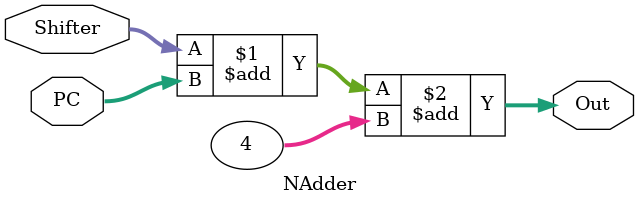
<source format=v>
`timescale 1ns / 1ps
module NAdder(
	input wire [31:0] Shifter,
	input wire [31:0] PC,
	output wire [31:0] Out
    );
	assign Out = Shifter + PC + 4;
endmodule

</source>
